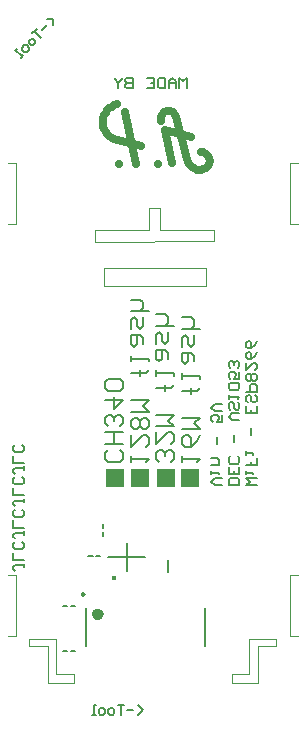
<source format=gbo>
G04*
G04 #@! TF.GenerationSoftware,Altium Limited,Altium Designer,20.0.2 (26)*
G04*
G04 Layer_Color=32896*
%FSLAX25Y25*%
%MOIN*%
G70*
G01*
G75*
%ADD10C,0.00984*%
%ADD12C,0.00787*%
%ADD13C,0.01575*%
%ADD14C,0.00600*%
%ADD15C,0.00394*%
%ADD46R,0.05906X0.05906*%
%ADD91C,0.02586*%
%ADD92C,0.01968*%
%ADD93R,0.05906X0.05906*%
D10*
X233780Y366634D02*
X233041Y367060D01*
Y366208D01*
X233780Y366634D01*
D12*
X241634Y379134D02*
X253937D01*
X247835Y374410D02*
Y379134D01*
Y374410D02*
Y383858D01*
X234449Y349508D02*
Y362106D01*
X273819Y349508D02*
Y362106D01*
D13*
X243742Y371949D02*
D03*
D14*
X229232Y347835D02*
X230610D01*
X226673D02*
X228051D01*
X229232Y362795D02*
X230610D01*
X226673D02*
X228051D01*
X239961Y388681D02*
Y390059D01*
Y386122D02*
Y387500D01*
X237697Y379429D02*
X239075D01*
X235138D02*
X236516D01*
X261614Y374016D02*
Y377953D01*
X266330Y410738D02*
Y412706D01*
Y411722D01*
X272234D01*
X271250Y410738D01*
X272234Y419593D02*
X271250Y417625D01*
X269282Y415658D01*
X267314D01*
X266330Y416641D01*
Y418609D01*
X267314Y419593D01*
X268298D01*
X269282Y418609D01*
Y415658D01*
X266330Y421561D02*
X272234D01*
X270266Y423529D01*
X272234Y425497D01*
X266330D01*
Y434352D02*
X271250D01*
X269282D01*
Y433368D01*
Y435336D01*
Y434352D01*
X271250D01*
X272234Y435336D01*
X266330Y438288D02*
Y440256D01*
Y439272D01*
X272234D01*
Y438288D01*
X270266Y444192D02*
Y446159D01*
X269282Y447143D01*
X266330D01*
Y444192D01*
X267314Y443208D01*
X268298Y444192D01*
Y447143D01*
X266330Y449111D02*
Y452063D01*
X267314Y453047D01*
X268298Y452063D01*
Y450095D01*
X269282Y449111D01*
X270266Y450095D01*
Y453047D01*
X272234Y455015D02*
X266330D01*
X269282D01*
X270266Y455999D01*
Y457967D01*
X269282Y458951D01*
X266330D01*
X262726Y410738D02*
X263710Y411722D01*
Y413690D01*
X262726Y414674D01*
X261742D01*
X260758Y413690D01*
Y412706D01*
Y413690D01*
X259774Y414674D01*
X258790D01*
X257806Y413690D01*
Y411722D01*
X258790Y410738D01*
X257806Y420577D02*
Y416641D01*
X261742Y420577D01*
X262726D01*
X263710Y419593D01*
Y417625D01*
X262726Y416641D01*
X257806Y422545D02*
X263710D01*
X261742Y424513D01*
X263710Y426481D01*
X257806D01*
Y435336D02*
X262726D01*
X260758D01*
Y434352D01*
Y436320D01*
Y435336D01*
X262726D01*
X263710Y436320D01*
X257806Y439272D02*
Y441240D01*
Y440256D01*
X263710D01*
Y439272D01*
X261742Y445176D02*
Y447143D01*
X260758Y448127D01*
X257806D01*
Y445176D01*
X258790Y444192D01*
X259774Y445176D01*
Y448127D01*
X257806Y450095D02*
Y453047D01*
X258790Y454031D01*
X259774Y453047D01*
Y451079D01*
X260758Y450095D01*
X261742Y451079D01*
Y454031D01*
X263710Y455999D02*
X257806D01*
X260758D01*
X261742Y456983D01*
Y458951D01*
X260758Y459935D01*
X257806D01*
X249282Y410738D02*
Y412706D01*
Y411722D01*
X255185D01*
X254202Y410738D01*
X249282Y419593D02*
Y415658D01*
X253218Y419593D01*
X254202D01*
X255185Y418609D01*
Y416641D01*
X254202Y415658D01*
Y421561D02*
X255185Y422545D01*
Y424513D01*
X254202Y425497D01*
X253218D01*
X252234Y424513D01*
X251250Y425497D01*
X250266D01*
X249282Y424513D01*
Y422545D01*
X250266Y421561D01*
X251250D01*
X252234Y422545D01*
X253218Y421561D01*
X254202D01*
X252234Y422545D02*
Y424513D01*
X249282Y427465D02*
X255185D01*
X253218Y429432D01*
X255185Y431400D01*
X249282D01*
Y440256D02*
X254202D01*
X252234D01*
Y439272D01*
Y441240D01*
Y440256D01*
X254202D01*
X255185Y441240D01*
X249282Y444192D02*
Y446159D01*
Y445176D01*
X255185D01*
Y444192D01*
X253218Y450095D02*
Y452063D01*
X252234Y453047D01*
X249282D01*
Y450095D01*
X250266Y449111D01*
X251250Y450095D01*
Y453047D01*
X249282Y455015D02*
Y457967D01*
X250266Y458951D01*
X251250Y457967D01*
Y455999D01*
X252234Y455015D01*
X253218Y455999D01*
Y458951D01*
X255185Y460918D02*
X249282D01*
X252234D01*
X253218Y461902D01*
Y463870D01*
X252234Y464854D01*
X249282D01*
X245677Y414674D02*
X246661Y413690D01*
Y411722D01*
X245677Y410738D01*
X241741D01*
X240757Y411722D01*
Y413690D01*
X241741Y414674D01*
X246661Y416641D02*
X240757D01*
X243709D01*
Y420577D01*
X246661D01*
X240757D01*
X245677Y422545D02*
X246661Y423529D01*
Y425497D01*
X245677Y426481D01*
X244693D01*
X243709Y425497D01*
Y424513D01*
Y425497D01*
X242725Y426481D01*
X241741D01*
X240757Y425497D01*
Y423529D01*
X241741Y422545D01*
X240757Y431400D02*
X246661D01*
X243709Y428449D01*
Y432384D01*
X245677Y434352D02*
X246661Y435336D01*
Y437304D01*
X245677Y438288D01*
X241741D01*
X240757Y437304D01*
Y435336D01*
X241741Y434352D01*
X245677D01*
X291208Y402962D02*
X287609D01*
X288809Y404162D01*
X287609Y405361D01*
X291208D01*
X287609Y406561D02*
Y407761D01*
Y407161D01*
X290009D01*
Y406561D01*
X291208Y411959D02*
Y409560D01*
X289409D01*
Y410760D01*
Y409560D01*
X287609D01*
Y413159D02*
Y414359D01*
Y413759D01*
X290009D01*
Y413159D01*
X289409Y419757D02*
Y422156D01*
X291208Y429354D02*
Y426955D01*
X287609D01*
Y429354D01*
X289409Y426955D02*
Y428154D01*
X290608Y432952D02*
X291208Y432353D01*
Y431153D01*
X290608Y430553D01*
X290009D01*
X289409Y431153D01*
Y432353D01*
X288809Y432952D01*
X288209D01*
X287609Y432353D01*
Y431153D01*
X288209Y430553D01*
X287609Y434152D02*
X291208D01*
Y435952D01*
X290608Y436551D01*
X289409D01*
X288809Y435952D01*
Y434152D01*
X290608Y437751D02*
X291208Y438351D01*
Y439550D01*
X290608Y440150D01*
X290009D01*
X289409Y439550D01*
X288809Y440150D01*
X288209D01*
X287609Y439550D01*
Y438351D01*
X288209Y437751D01*
X288809D01*
X289409Y438351D01*
X290009Y437751D01*
X290608D01*
X289409Y438351D02*
Y439550D01*
X287609Y443749D02*
Y441350D01*
X290009Y443749D01*
X290608D01*
X291208Y443149D01*
Y441950D01*
X290608Y441350D01*
X291208Y447348D02*
X290608Y446148D01*
X289409Y444949D01*
X288209D01*
X287609Y445548D01*
Y446748D01*
X288209Y447348D01*
X288809D01*
X289409Y446748D01*
Y444949D01*
X291208Y450947D02*
X290608Y449747D01*
X289409Y448548D01*
X288209D01*
X287609Y449147D01*
Y450347D01*
X288209Y450947D01*
X288809D01*
X289409Y450347D01*
Y448548D01*
X285450Y402962D02*
X281851D01*
Y404762D01*
X282451Y405361D01*
X284850D01*
X285450Y404762D01*
Y402962D01*
Y408960D02*
Y406561D01*
X281851D01*
Y408960D01*
X283650Y406561D02*
Y407761D01*
X284850Y412559D02*
X285450Y411959D01*
Y410760D01*
X284850Y410160D01*
X282451D01*
X281851Y410760D01*
Y411959D01*
X282451Y412559D01*
X283650Y417358D02*
Y419757D01*
X285450Y424555D02*
X283050D01*
X281851Y425755D01*
X283050Y426955D01*
X285450D01*
X284850Y430553D02*
X285450Y429953D01*
Y428754D01*
X284850Y428154D01*
X284250D01*
X283650Y428754D01*
Y429953D01*
X283050Y430553D01*
X282451D01*
X281851Y429953D01*
Y428754D01*
X282451Y428154D01*
X281851Y431753D02*
Y432952D01*
Y432353D01*
X285450D01*
X284850Y431753D01*
Y434752D02*
X285450Y435352D01*
Y436551D01*
X284850Y437151D01*
X282451D01*
X281851Y436551D01*
Y435352D01*
X282451Y434752D01*
X284850D01*
X285450Y440750D02*
Y438351D01*
X283650D01*
X284250Y439550D01*
Y440150D01*
X283650Y440750D01*
X282451D01*
X281851Y440150D01*
Y438951D01*
X282451Y438351D01*
X284850Y441950D02*
X285450Y442549D01*
Y443749D01*
X284850Y444349D01*
X284250D01*
X283650Y443749D01*
Y443149D01*
Y443749D01*
X283050Y444349D01*
X282451D01*
X281851Y443749D01*
Y442549D01*
X282451Y441950D01*
X279691Y402962D02*
X277292D01*
X276092Y404162D01*
X277292Y405361D01*
X279691D01*
X276092Y406561D02*
Y407761D01*
Y407161D01*
X278491D01*
Y406561D01*
X276092Y409560D02*
X278491D01*
Y411360D01*
X277892Y411959D01*
X276092D01*
X277892Y416758D02*
Y419157D01*
X279691Y426355D02*
Y423955D01*
X277892D01*
X278491Y425155D01*
Y425755D01*
X277892Y426355D01*
X276692D01*
X276092Y425755D01*
Y424555D01*
X276692Y423955D01*
X279691Y427554D02*
X277292D01*
X276092Y428754D01*
X277292Y429953D01*
X279691D01*
X251674Y326476D02*
X253248Y328051D01*
X251674Y329625D01*
X250099Y328051D02*
X248000D01*
X246951Y329625D02*
X244852D01*
X245901D01*
Y326476D01*
X243278D02*
X242228D01*
X241703Y327001D01*
Y328051D01*
X242228Y328575D01*
X243278D01*
X243802Y328051D01*
Y327001D01*
X243278Y326476D01*
X240129D02*
X239079D01*
X238555Y327001D01*
Y328051D01*
X239079Y328575D01*
X240129D01*
X240654Y328051D01*
Y327001D01*
X240129Y326476D01*
X237505D02*
X236455D01*
X236980D01*
Y329625D01*
X237505D01*
X223395Y556269D02*
Y558495D01*
X221168Y558495D01*
Y556269D02*
X219684Y554784D01*
X217829Y555156D02*
X216344Y553671D01*
X217087Y554413D01*
X219313Y552187D01*
X217458Y550332D02*
X216716Y549589D01*
X215973Y549589D01*
X215231Y550332D01*
Y551074D01*
X215973Y551816D01*
X216716Y551816D01*
X217458Y551074D01*
Y550332D01*
X215231Y548105D02*
X214489Y547363D01*
X213747Y547363D01*
X213005Y548105D01*
Y548847D01*
X213747Y549589D01*
X214489Y549589D01*
X215231Y548847D01*
Y548105D01*
X213376Y546250D02*
X212634Y545508D01*
X213005Y545879D01*
X210778Y548105D01*
X211150Y548476D01*
X267815Y535236D02*
Y538835D01*
X266615Y537635D01*
X265416Y538835D01*
Y535236D01*
X264216D02*
Y537635D01*
X263017Y538835D01*
X261817Y537635D01*
Y535236D01*
Y537036D01*
X264216D01*
X260617Y538835D02*
Y535236D01*
X258818D01*
X258218Y535836D01*
Y538235D01*
X258818Y538835D01*
X260617D01*
X254619D02*
X257018D01*
Y535236D01*
X254619D01*
X257018Y537036D02*
X255819D01*
X249821Y538835D02*
Y535236D01*
X248021D01*
X247422Y535836D01*
Y536436D01*
X248021Y537036D01*
X249821D01*
X248021D01*
X247422Y537635D01*
Y538235D01*
X248021Y538835D01*
X249821D01*
X246222D02*
Y538235D01*
X245022Y537036D01*
X243823Y538235D01*
Y538835D01*
X245022Y537036D02*
Y535236D01*
X213540Y376809D02*
Y375609D01*
Y376209D01*
X210541D01*
X209941Y375609D01*
Y375009D01*
X210541Y374410D01*
X213540Y378008D02*
X209941D01*
Y380408D01*
X212940Y384006D02*
X213540Y383407D01*
Y382207D01*
X212940Y381607D01*
X210541D01*
X209941Y382207D01*
Y383407D01*
X210541Y384006D01*
X213540Y387605D02*
Y386406D01*
Y387005D01*
X210541D01*
X209941Y386406D01*
Y385806D01*
X210541Y385206D01*
X213540Y388805D02*
X209941D01*
Y391204D01*
X212940Y394803D02*
X213540Y394203D01*
Y393004D01*
X212940Y392404D01*
X210541D01*
X209941Y393004D01*
Y394203D01*
X210541Y394803D01*
X213540Y398402D02*
Y397202D01*
Y397802D01*
X210541D01*
X209941Y397202D01*
Y396602D01*
X210541Y396003D01*
X213540Y399601D02*
X209941D01*
Y402001D01*
X212940Y405599D02*
X213540Y405000D01*
Y403800D01*
X212940Y403200D01*
X210541D01*
X209941Y403800D01*
Y405000D01*
X210541Y405599D01*
X213540Y409198D02*
Y407999D01*
Y408598D01*
X210541D01*
X209941Y407999D01*
Y407399D01*
X210541Y406799D01*
X213540Y410398D02*
X209941D01*
Y412797D01*
X212940Y416396D02*
X213540Y415796D01*
Y414597D01*
X212940Y413997D01*
X210541D01*
X209941Y414597D01*
Y415796D01*
X210541Y416396D01*
D15*
X240256Y475197D02*
X274213Y475197D01*
X240256Y469291D02*
X274213D01*
X237303Y484154D02*
X276870Y484252D01*
X259055Y487992D02*
X276870D01*
X237402D02*
X255217D01*
X288779Y340158D02*
Y351575D01*
X208268Y352756D02*
X210925D01*
X208268Y372933D02*
X210925D01*
X208268Y490158D02*
X210925D01*
X208268Y510335D02*
X210925D01*
X224410Y340158D02*
X230315D01*
X221555Y337106D02*
X230315D01*
X215453Y351575D02*
X224410D01*
X215453Y349213D02*
X221555D01*
X255217Y495374D02*
X259055D01*
X283071Y337106D02*
X291634D01*
X283071Y340158D02*
X288779D01*
X302264Y352756D02*
X304921D01*
X291634Y349311D02*
X297736D01*
X288779Y351575D02*
X297736D01*
X302264Y372933D02*
X304921D01*
X302264Y490158D02*
X304921D01*
X302264Y510335D02*
X304921D01*
X210925Y352756D02*
Y372933D01*
Y490158D02*
Y510335D01*
X224410Y340158D02*
Y351575D01*
X221555Y337106D02*
Y349213D01*
X237303Y484252D02*
Y487992D01*
X255217D02*
Y495374D01*
X259055Y487992D02*
Y495374D01*
X276870Y484252D02*
Y487992D01*
X291634Y337106D02*
Y349311D01*
X302264Y352756D02*
Y372933D01*
Y490158D02*
Y510335D01*
X215453Y349213D02*
Y351575D01*
X230315Y337106D02*
Y340158D01*
X240256Y469291D02*
Y475197D01*
X274213Y469291D02*
X274213Y475197D01*
X283071Y337106D02*
Y340158D01*
X297736Y349311D02*
Y351575D01*
D46*
X243898Y405413D02*
D03*
X260925D02*
D03*
D91*
X267878Y511772D02*
X268225Y510764D01*
X268789Y509859D01*
X269540Y509102D01*
X270442Y508533D01*
X271447Y508179D01*
X272507Y508059D01*
X273440Y508207D01*
X274281Y508635D01*
X274948Y509303D01*
X275377Y510144D01*
X275524Y511077D01*
X275377Y512009D01*
X274948Y512850D01*
X274281Y513518D01*
X273440Y513946D01*
X272507Y514094D01*
X264395Y525560D02*
X263997Y526513D01*
X263263Y527240D01*
X262307Y527629D01*
X261275Y527623D01*
X260324Y527220D01*
X259601Y526483D01*
X259216Y525526D01*
X259227Y524493D01*
X244702Y529901D02*
X243777Y529612D01*
X242909Y529181D01*
X242119Y528619D01*
X241428Y527939D01*
X240853Y527159D01*
X240408Y526299D01*
X240103Y525379D01*
X239947Y524422D01*
X239944Y523453D01*
X240094Y522496D01*
X240392Y521573D01*
X240832Y520710D01*
X241402Y519926D01*
X242088Y519242D01*
X242874Y518675D01*
X243739Y518238D01*
X258395Y510048D02*
X258395D01*
X245463D02*
X245463D01*
X243739Y518238D02*
X252791Y516083D01*
X260550Y521255D02*
X269172Y519100D01*
X260550Y521255D02*
X263137Y510479D01*
X264430Y525566D02*
X267878Y511772D01*
X247187Y527290D02*
X251067Y510048D01*
D92*
X239173Y359941D02*
X238681Y360793D01*
X237697D01*
X237205Y359941D01*
X237697Y359088D01*
X238681D01*
X239173Y359941D01*
D93*
X252362Y405413D02*
D03*
X269094D02*
D03*
M02*

</source>
